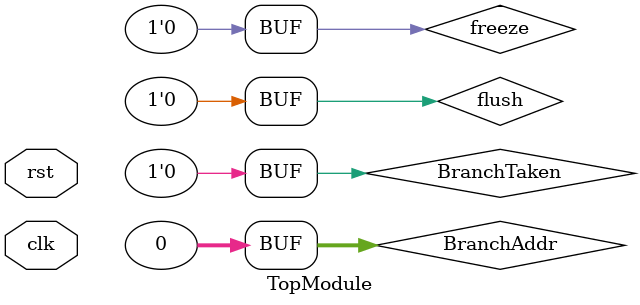
<source format=sv>
`timescale 1ns/1ns
module TopModule(input clk, rst);
  
  logic flush, freeze, BranchTaken;
  
  logic[31:0] BranchAddr, 
              IF_PC_out, IF_instruction_out,
              ID_PC_in, ID_instruction_in, 
              ID_PC_out, ID_instruction_out,
              EX_PC_in, EX_instruction_in, 
              EX_PC_out, EX_instruction_out,
              MEM_PC_in, MEM_instruction_in, 
              MEM_PC_out, MEM_instruction_out,
              WB_PC_in, WB_instruction_in,
              WB_PC_out;
  assign flush = 1'b0;
  assign freeze = 1'b0;
  assign BranchTaken = 1'b0;
  assign BranchAddr = 32'b0;
              
  IF If(clk, rst, freeze, BranchTaken, BranchAddr, IF_PC_out, IF_instruction_out);
  IF_ID if_id(clk, rst, flush, freeze, IF_instruction_out, IF_PC_out, ID_instruction_in, ID_PC_in);
  ID id(clk, rst, ID_PC_in, ID_PC_out);
  ID_EX id_ex(clk, rst, ID_PC_out, EX_PC_in);
  EX ex(clk, rst, EX_PC_in, EX_PC_out);
  EX_MEM ex_mem(clk, rst, EX_PC_out, MEM_PC_in);
  MEM mem(clk, rst, MEM_PC_in, MEM_PC_out);
  MEM_WB mem_wb(clk, rst, MEM_PC_out, WB_PC_in);
  WB wb(clk, rst, WB_PC_in, WB_PC_out);
endmodule


</source>
